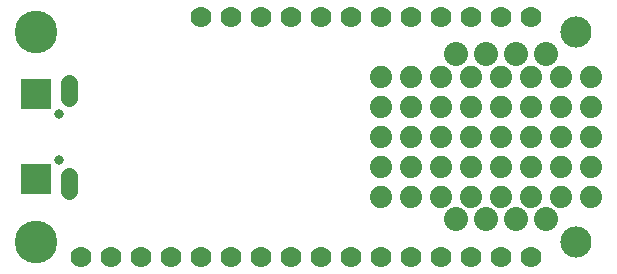
<source format=gbr>
G04 EAGLE Gerber RS-274X export*
G75*
%MOMM*%
%FSLAX34Y34*%
%LPD*%
%INSoldermask Bottom*%
%IPPOS*%
%AMOC8*
5,1,8,0,0,1.08239X$1,22.5*%
G01*
%ADD10C,2.641600*%
%ADD11C,3.617600*%
%ADD12C,0.801600*%
%ADD13R,2.601600X2.601600*%
%ADD14C,1.409600*%
%ADD15C,1.778000*%
%ADD16C,2.032000*%
%ADD17C,1.879600*%


D10*
X482600Y203200D03*
X482600Y25400D03*
D11*
X25400Y203200D03*
X25400Y25400D03*
D12*
X44450Y133800D03*
X44450Y94800D03*
D13*
X25450Y78300D03*
X25450Y150300D03*
D14*
X53450Y147300D02*
X53450Y160380D01*
X53450Y81300D02*
X53450Y68220D01*
D15*
X444500Y12700D03*
X419100Y12700D03*
X393700Y12700D03*
X368300Y12700D03*
X342900Y12700D03*
X317500Y12700D03*
X292100Y12700D03*
X266700Y12700D03*
X241300Y12700D03*
X215900Y12700D03*
X190500Y12700D03*
X165100Y12700D03*
X139700Y12700D03*
X114300Y12700D03*
X88900Y12700D03*
X63500Y12700D03*
X165100Y215900D03*
X190500Y215900D03*
X215900Y215900D03*
X241300Y215900D03*
X266700Y215900D03*
X292100Y215900D03*
X317500Y215900D03*
X342900Y215900D03*
X368300Y215900D03*
X393700Y215900D03*
X419100Y215900D03*
X444500Y215900D03*
D16*
X381000Y44450D03*
X406400Y44450D03*
X431800Y44450D03*
X457200Y44450D03*
X381000Y184150D03*
X406400Y184150D03*
X431800Y184150D03*
X457200Y184150D03*
D17*
X495300Y165100D03*
X495300Y139700D03*
X495300Y114300D03*
X495300Y88900D03*
X495300Y63500D03*
X469900Y63500D03*
X444500Y63500D03*
X419100Y63500D03*
X393700Y63500D03*
X368300Y63500D03*
X342900Y63500D03*
X342900Y88900D03*
X342900Y114300D03*
X342900Y139700D03*
X342900Y165100D03*
X368300Y165100D03*
X393700Y165100D03*
X419100Y165100D03*
X444500Y165100D03*
X469900Y165100D03*
X469900Y139700D03*
X469900Y114300D03*
X444500Y114300D03*
X368300Y114300D03*
X393700Y114300D03*
X419100Y114300D03*
X419100Y88900D03*
X393700Y88900D03*
X368300Y88900D03*
X444500Y88900D03*
X469900Y88900D03*
X444500Y139700D03*
X419100Y139700D03*
X393700Y139700D03*
X368300Y139700D03*
X317500Y165100D03*
X317500Y139700D03*
X317500Y114300D03*
X317500Y88900D03*
X317500Y63500D03*
M02*

</source>
